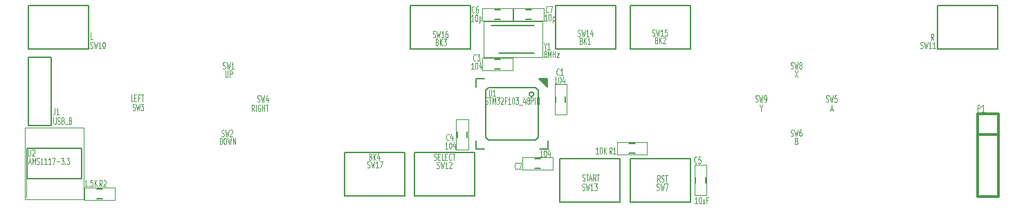
<source format=gto>
G04 (created by PCBNEW (22-Jun-2014 BZR 4027)-stable) date Thu 28 Jun 2018 06:28:58 PM CST*
%MOIN*%
G04 Gerber Fmt 3.4, Leading zero omitted, Abs format*
%FSLAX34Y34*%
G01*
G70*
G90*
G04 APERTURE LIST*
%ADD10C,0.00393701*%
%ADD11C,0.00472441*%
%ADD12C,0.0019685*%
%ADD13C,0.00590551*%
%ADD14C,0.012*%
%ADD15C,0.0059*%
%ADD16C,0.005*%
%ADD17C,0.00492126*%
G04 APERTURE END LIST*
G54D10*
G54D11*
X114542Y-101048D02*
X114046Y-101048D01*
X111857Y-101048D02*
X112353Y-101048D01*
G54D12*
X111782Y-100067D02*
X111782Y-103532D01*
X114617Y-100067D02*
X111782Y-100067D01*
X114617Y-103532D02*
X114617Y-100067D01*
X111782Y-103532D02*
X114617Y-103532D01*
G54D13*
X111881Y-102528D02*
X114518Y-102528D01*
G54D11*
X114542Y-102528D02*
X114542Y-101048D01*
G54D13*
X111881Y-102528D02*
X111881Y-101071D01*
G54D11*
X111857Y-103414D02*
X111857Y-101048D01*
G54D13*
X114518Y-102528D02*
X114518Y-101071D01*
X111881Y-101071D02*
X114518Y-101071D01*
G54D12*
X140321Y-100754D02*
X141778Y-100754D01*
X140321Y-101345D02*
X141778Y-101345D01*
X140321Y-100754D02*
X140321Y-101345D01*
X141778Y-100754D02*
X141778Y-101345D01*
G54D13*
X140912Y-100813D02*
X141187Y-100813D01*
X141187Y-101286D02*
X140912Y-101286D01*
G54D12*
X136727Y-96660D02*
X136727Y-94927D01*
X133892Y-96660D02*
X136727Y-96660D01*
X133892Y-94927D02*
X133892Y-96660D01*
X136727Y-94927D02*
X133892Y-94927D01*
G54D13*
X136333Y-96463D02*
X134640Y-96463D01*
X134266Y-95124D02*
X136333Y-95124D01*
G54D12*
X136788Y-94889D02*
X135331Y-94889D01*
X136788Y-94298D02*
X135331Y-94298D01*
X136788Y-94889D02*
X136788Y-94298D01*
X135331Y-94889D02*
X135331Y-94298D01*
G54D13*
X136197Y-94830D02*
X135922Y-94830D01*
X135922Y-94357D02*
X136197Y-94357D01*
G54D12*
X133831Y-94298D02*
X135288Y-94298D01*
X133831Y-94889D02*
X135288Y-94889D01*
X133831Y-94298D02*
X133831Y-94889D01*
X135288Y-94298D02*
X135288Y-94889D01*
G54D13*
X134422Y-94357D02*
X134697Y-94357D01*
X134697Y-94830D02*
X134422Y-94830D01*
G54D12*
X144645Y-101871D02*
X144645Y-103328D01*
X144054Y-101871D02*
X144054Y-103328D01*
X144645Y-101871D02*
X144054Y-101871D01*
X144645Y-103328D02*
X144054Y-103328D01*
G54D13*
X144586Y-102462D02*
X144586Y-102737D01*
X144113Y-102737D02*
X144113Y-102462D01*
G54D12*
X132564Y-101122D02*
X132564Y-99665D01*
X133155Y-101122D02*
X133155Y-99665D01*
X132564Y-101122D02*
X133155Y-101122D01*
X132564Y-99665D02*
X133155Y-99665D01*
G54D13*
X132623Y-100531D02*
X132623Y-100256D01*
X133096Y-100256D02*
X133096Y-100531D01*
G54D12*
X133833Y-96690D02*
X135290Y-96690D01*
X133833Y-97281D02*
X135290Y-97281D01*
X133833Y-96690D02*
X133833Y-97281D01*
X135290Y-96690D02*
X135290Y-97281D01*
G54D13*
X134424Y-96749D02*
X134699Y-96749D01*
X134699Y-97222D02*
X134424Y-97222D01*
G54D12*
X137228Y-102095D02*
X135771Y-102095D01*
X137228Y-101504D02*
X135771Y-101504D01*
X137228Y-102095D02*
X137228Y-101504D01*
X135771Y-102095D02*
X135771Y-101504D01*
G54D13*
X136637Y-102036D02*
X136362Y-102036D01*
X136362Y-101563D02*
X136637Y-101563D01*
G54D12*
X137905Y-97967D02*
X137905Y-99424D01*
X137314Y-97967D02*
X137314Y-99424D01*
X137905Y-97967D02*
X137314Y-97967D01*
X137905Y-99424D02*
X137314Y-99424D01*
G54D13*
X137846Y-98558D02*
X137846Y-98833D01*
X137373Y-98833D02*
X137373Y-98558D01*
X140950Y-101550D02*
X143850Y-101550D01*
X143850Y-101550D02*
X143850Y-103650D01*
X143850Y-103650D02*
X140950Y-103650D01*
X140950Y-103650D02*
X140950Y-101550D01*
X111950Y-94150D02*
X114850Y-94150D01*
X114850Y-94150D02*
X114850Y-96250D01*
X114850Y-96250D02*
X111950Y-96250D01*
X111950Y-96250D02*
X111950Y-94150D01*
X155750Y-94150D02*
X158650Y-94150D01*
X158650Y-94150D02*
X158650Y-96250D01*
X158650Y-96250D02*
X155750Y-96250D01*
X155750Y-96250D02*
X155750Y-94150D01*
X130550Y-101250D02*
X133450Y-101250D01*
X133450Y-101250D02*
X133450Y-103350D01*
X133450Y-103350D02*
X130550Y-103350D01*
X130550Y-103350D02*
X130550Y-101250D01*
X137550Y-101550D02*
X140450Y-101550D01*
X140450Y-101550D02*
X140450Y-103650D01*
X140450Y-103650D02*
X137550Y-103650D01*
X137550Y-103650D02*
X137550Y-101550D01*
X140250Y-96250D02*
X137350Y-96250D01*
X137350Y-96250D02*
X137350Y-94150D01*
X137350Y-94150D02*
X140250Y-94150D01*
X140250Y-94150D02*
X140250Y-96250D01*
X143850Y-96250D02*
X140950Y-96250D01*
X140950Y-96250D02*
X140950Y-94150D01*
X140950Y-94150D02*
X143850Y-94150D01*
X143850Y-94150D02*
X143850Y-96250D01*
X133250Y-96250D02*
X130350Y-96250D01*
X130350Y-96250D02*
X130350Y-94150D01*
X130350Y-94150D02*
X133250Y-94150D01*
X133250Y-94150D02*
X133250Y-96250D01*
X127200Y-101250D02*
X130100Y-101250D01*
X130100Y-101250D02*
X130100Y-103350D01*
X130100Y-103350D02*
X127200Y-103350D01*
X127200Y-103350D02*
X127200Y-101250D01*
X111950Y-99950D02*
X111950Y-96650D01*
X111950Y-96650D02*
X113050Y-96650D01*
X113050Y-96650D02*
X113050Y-99950D01*
X113050Y-99950D02*
X111950Y-99950D01*
G54D14*
X158700Y-99400D02*
X158700Y-99400D01*
X157700Y-99400D02*
X158700Y-99400D01*
X158700Y-99400D02*
X158700Y-99400D01*
X158700Y-99400D02*
X158700Y-103400D01*
X158700Y-103400D02*
X157700Y-103400D01*
X157700Y-103400D02*
X157700Y-99400D01*
X157700Y-100400D02*
X158700Y-100400D01*
G54D13*
X136362Y-98134D02*
X136401Y-98134D01*
X136401Y-98134D02*
X136519Y-98252D01*
X136519Y-98252D02*
X136519Y-100535D01*
X136519Y-100535D02*
X136401Y-100653D01*
X136401Y-100653D02*
X134118Y-100653D01*
X134118Y-100653D02*
X134000Y-100535D01*
X134000Y-100535D02*
X134000Y-98252D01*
X134000Y-98252D02*
X134118Y-98134D01*
X134118Y-98134D02*
X136362Y-98134D01*
G54D15*
X136952Y-97780D02*
X136873Y-97701D01*
X136795Y-97701D02*
X136952Y-97858D01*
X136952Y-97937D02*
X136716Y-97701D01*
X136637Y-97701D02*
X136952Y-98016D01*
X136558Y-97701D02*
X136952Y-97701D01*
X136952Y-97701D02*
X136952Y-98095D01*
X136952Y-98095D02*
X136558Y-97701D01*
X133527Y-98095D02*
X133527Y-97701D01*
X133527Y-97701D02*
X133921Y-97701D01*
X133921Y-101086D02*
X133527Y-101086D01*
X133527Y-101086D02*
X133527Y-100692D01*
X136992Y-100692D02*
X136992Y-101086D01*
X136992Y-101086D02*
X136598Y-101086D01*
G54D16*
X136321Y-98444D02*
G75*
G03X136321Y-98444I-111J0D01*
G74*
G01*
G54D12*
X114671Y-102954D02*
X116128Y-102954D01*
X114671Y-103545D02*
X116128Y-103545D01*
X114671Y-102954D02*
X114671Y-103545D01*
X116128Y-102954D02*
X116128Y-103545D01*
G54D13*
X115262Y-103013D02*
X115537Y-103013D01*
X115537Y-103486D02*
X115262Y-103486D01*
G54D17*
X111950Y-101112D02*
X111950Y-101367D01*
X111959Y-101397D01*
X111968Y-101412D01*
X111987Y-101427D01*
X112025Y-101427D01*
X112043Y-101412D01*
X112053Y-101397D01*
X112062Y-101367D01*
X112062Y-101112D01*
X112146Y-101142D02*
X112156Y-101127D01*
X112174Y-101112D01*
X112221Y-101112D01*
X112240Y-101127D01*
X112249Y-101142D01*
X112259Y-101172D01*
X112259Y-101202D01*
X112249Y-101247D01*
X112137Y-101427D01*
X112259Y-101427D01*
X111975Y-101737D02*
X112069Y-101737D01*
X111957Y-101827D02*
X112022Y-101512D01*
X112088Y-101827D01*
X112153Y-101827D02*
X112153Y-101512D01*
X112219Y-101737D01*
X112285Y-101512D01*
X112285Y-101827D01*
X112369Y-101812D02*
X112397Y-101827D01*
X112444Y-101827D01*
X112463Y-101812D01*
X112472Y-101797D01*
X112481Y-101767D01*
X112481Y-101737D01*
X112472Y-101707D01*
X112463Y-101692D01*
X112444Y-101677D01*
X112406Y-101662D01*
X112388Y-101647D01*
X112378Y-101632D01*
X112369Y-101602D01*
X112369Y-101572D01*
X112378Y-101542D01*
X112388Y-101527D01*
X112406Y-101512D01*
X112453Y-101512D01*
X112481Y-101527D01*
X112669Y-101827D02*
X112556Y-101827D01*
X112613Y-101827D02*
X112613Y-101512D01*
X112594Y-101557D01*
X112575Y-101587D01*
X112556Y-101602D01*
X112856Y-101827D02*
X112744Y-101827D01*
X112800Y-101827D02*
X112800Y-101512D01*
X112781Y-101557D01*
X112763Y-101587D01*
X112744Y-101602D01*
X113044Y-101827D02*
X112931Y-101827D01*
X112988Y-101827D02*
X112988Y-101512D01*
X112969Y-101557D01*
X112950Y-101587D01*
X112931Y-101602D01*
X113109Y-101512D02*
X113241Y-101512D01*
X113156Y-101827D01*
X113316Y-101707D02*
X113466Y-101707D01*
X113541Y-101512D02*
X113663Y-101512D01*
X113597Y-101632D01*
X113625Y-101632D01*
X113644Y-101647D01*
X113653Y-101662D01*
X113663Y-101692D01*
X113663Y-101767D01*
X113653Y-101797D01*
X113644Y-101812D01*
X113625Y-101827D01*
X113569Y-101827D01*
X113550Y-101812D01*
X113541Y-101797D01*
X113747Y-101797D02*
X113756Y-101812D01*
X113747Y-101827D01*
X113738Y-101812D01*
X113747Y-101797D01*
X113747Y-101827D01*
X113822Y-101512D02*
X113944Y-101512D01*
X113878Y-101632D01*
X113906Y-101632D01*
X113925Y-101647D01*
X113934Y-101662D01*
X113944Y-101692D01*
X113944Y-101767D01*
X113934Y-101797D01*
X113925Y-101812D01*
X113906Y-101827D01*
X113850Y-101827D01*
X113831Y-101812D01*
X113822Y-101797D01*
X140067Y-101327D02*
X140001Y-101177D01*
X139954Y-101327D02*
X139954Y-101012D01*
X140029Y-101012D01*
X140048Y-101027D01*
X140057Y-101042D01*
X140067Y-101072D01*
X140067Y-101117D01*
X140057Y-101147D01*
X140048Y-101162D01*
X140029Y-101177D01*
X139954Y-101177D01*
X140254Y-101327D02*
X140142Y-101327D01*
X140198Y-101327D02*
X140198Y-101012D01*
X140179Y-101057D01*
X140160Y-101087D01*
X140142Y-101102D01*
X139414Y-101327D02*
X139301Y-101327D01*
X139357Y-101327D02*
X139357Y-101012D01*
X139339Y-101057D01*
X139320Y-101087D01*
X139301Y-101102D01*
X139535Y-101012D02*
X139554Y-101012D01*
X139573Y-101027D01*
X139582Y-101042D01*
X139592Y-101072D01*
X139601Y-101132D01*
X139601Y-101207D01*
X139592Y-101267D01*
X139582Y-101297D01*
X139573Y-101312D01*
X139554Y-101327D01*
X139535Y-101327D01*
X139517Y-101312D01*
X139507Y-101297D01*
X139498Y-101267D01*
X139489Y-101207D01*
X139489Y-101132D01*
X139498Y-101072D01*
X139507Y-101042D01*
X139517Y-101027D01*
X139535Y-101012D01*
X139685Y-101327D02*
X139685Y-101012D01*
X139798Y-101327D02*
X139714Y-101147D01*
X139798Y-101012D02*
X139685Y-101192D01*
X121337Y-97206D02*
X121365Y-97221D01*
X121412Y-97221D01*
X121431Y-97206D01*
X121440Y-97191D01*
X121450Y-97161D01*
X121450Y-97131D01*
X121440Y-97101D01*
X121431Y-97086D01*
X121412Y-97071D01*
X121375Y-97056D01*
X121356Y-97041D01*
X121346Y-97026D01*
X121337Y-96996D01*
X121337Y-96966D01*
X121346Y-96936D01*
X121356Y-96921D01*
X121375Y-96906D01*
X121421Y-96906D01*
X121450Y-96921D01*
X121515Y-96906D02*
X121562Y-97221D01*
X121600Y-96996D01*
X121637Y-97221D01*
X121684Y-96906D01*
X121862Y-97221D02*
X121749Y-97221D01*
X121806Y-97221D02*
X121806Y-96906D01*
X121787Y-96951D01*
X121768Y-96981D01*
X121749Y-96996D01*
X121465Y-97306D02*
X121465Y-97561D01*
X121474Y-97591D01*
X121484Y-97606D01*
X121502Y-97621D01*
X121540Y-97621D01*
X121559Y-97606D01*
X121568Y-97591D01*
X121577Y-97561D01*
X121577Y-97306D01*
X121671Y-97621D02*
X121671Y-97306D01*
X121746Y-97306D01*
X121765Y-97321D01*
X121774Y-97336D01*
X121784Y-97366D01*
X121784Y-97411D01*
X121774Y-97441D01*
X121765Y-97456D01*
X121746Y-97471D01*
X121671Y-97471D01*
X148697Y-97206D02*
X148725Y-97221D01*
X148772Y-97221D01*
X148791Y-97206D01*
X148800Y-97191D01*
X148810Y-97161D01*
X148810Y-97131D01*
X148800Y-97101D01*
X148791Y-97086D01*
X148772Y-97071D01*
X148735Y-97056D01*
X148716Y-97041D01*
X148706Y-97026D01*
X148697Y-96996D01*
X148697Y-96966D01*
X148706Y-96936D01*
X148716Y-96921D01*
X148735Y-96906D01*
X148781Y-96906D01*
X148810Y-96921D01*
X148875Y-96906D02*
X148922Y-97221D01*
X148960Y-96996D01*
X148997Y-97221D01*
X149044Y-96906D01*
X149147Y-97041D02*
X149128Y-97026D01*
X149119Y-97011D01*
X149109Y-96981D01*
X149109Y-96966D01*
X149119Y-96936D01*
X149128Y-96921D01*
X149147Y-96906D01*
X149184Y-96906D01*
X149203Y-96921D01*
X149213Y-96936D01*
X149222Y-96966D01*
X149222Y-96981D01*
X149213Y-97011D01*
X149203Y-97026D01*
X149184Y-97041D01*
X149147Y-97041D01*
X149128Y-97056D01*
X149119Y-97071D01*
X149109Y-97101D01*
X149109Y-97161D01*
X149119Y-97191D01*
X149128Y-97206D01*
X149147Y-97221D01*
X149184Y-97221D01*
X149203Y-97206D01*
X149213Y-97191D01*
X149222Y-97161D01*
X149222Y-97101D01*
X149213Y-97071D01*
X149203Y-97056D01*
X149184Y-97041D01*
X148894Y-97306D02*
X149025Y-97621D01*
X149025Y-97306D02*
X148894Y-97621D01*
X148697Y-100456D02*
X148725Y-100471D01*
X148772Y-100471D01*
X148791Y-100456D01*
X148800Y-100441D01*
X148810Y-100411D01*
X148810Y-100381D01*
X148800Y-100351D01*
X148791Y-100336D01*
X148772Y-100321D01*
X148735Y-100306D01*
X148716Y-100291D01*
X148706Y-100276D01*
X148697Y-100246D01*
X148697Y-100216D01*
X148706Y-100186D01*
X148716Y-100171D01*
X148735Y-100156D01*
X148781Y-100156D01*
X148810Y-100171D01*
X148875Y-100156D02*
X148922Y-100471D01*
X148960Y-100246D01*
X148997Y-100471D01*
X149044Y-100156D01*
X149203Y-100156D02*
X149166Y-100156D01*
X149147Y-100171D01*
X149138Y-100186D01*
X149119Y-100231D01*
X149109Y-100291D01*
X149109Y-100411D01*
X149119Y-100441D01*
X149128Y-100456D01*
X149147Y-100471D01*
X149184Y-100471D01*
X149203Y-100456D01*
X149213Y-100441D01*
X149222Y-100411D01*
X149222Y-100336D01*
X149213Y-100306D01*
X149203Y-100291D01*
X149184Y-100276D01*
X149147Y-100276D01*
X149128Y-100291D01*
X149119Y-100306D01*
X149109Y-100336D01*
X148974Y-100706D02*
X149002Y-100721D01*
X149011Y-100736D01*
X149020Y-100766D01*
X149020Y-100811D01*
X149011Y-100841D01*
X149002Y-100856D01*
X148983Y-100871D01*
X148908Y-100871D01*
X148908Y-100556D01*
X148974Y-100556D01*
X148992Y-100571D01*
X149002Y-100586D01*
X149011Y-100616D01*
X149011Y-100646D01*
X149002Y-100676D01*
X148992Y-100691D01*
X148974Y-100706D01*
X148908Y-100706D01*
X121277Y-100466D02*
X121305Y-100481D01*
X121352Y-100481D01*
X121371Y-100466D01*
X121380Y-100451D01*
X121390Y-100421D01*
X121390Y-100391D01*
X121380Y-100361D01*
X121371Y-100346D01*
X121352Y-100331D01*
X121315Y-100316D01*
X121296Y-100301D01*
X121286Y-100286D01*
X121277Y-100256D01*
X121277Y-100226D01*
X121286Y-100196D01*
X121296Y-100181D01*
X121315Y-100166D01*
X121361Y-100166D01*
X121390Y-100181D01*
X121455Y-100166D02*
X121502Y-100481D01*
X121540Y-100256D01*
X121577Y-100481D01*
X121624Y-100166D01*
X121689Y-100196D02*
X121699Y-100181D01*
X121718Y-100166D01*
X121764Y-100166D01*
X121783Y-100181D01*
X121793Y-100196D01*
X121802Y-100226D01*
X121802Y-100256D01*
X121793Y-100301D01*
X121680Y-100481D01*
X121802Y-100481D01*
X121189Y-100861D02*
X121189Y-100546D01*
X121236Y-100546D01*
X121264Y-100561D01*
X121283Y-100591D01*
X121292Y-100621D01*
X121302Y-100681D01*
X121302Y-100726D01*
X121292Y-100786D01*
X121283Y-100816D01*
X121264Y-100846D01*
X121236Y-100861D01*
X121189Y-100861D01*
X121424Y-100546D02*
X121461Y-100546D01*
X121480Y-100561D01*
X121499Y-100591D01*
X121508Y-100651D01*
X121508Y-100756D01*
X121499Y-100816D01*
X121480Y-100846D01*
X121461Y-100861D01*
X121424Y-100861D01*
X121405Y-100846D01*
X121386Y-100816D01*
X121377Y-100756D01*
X121377Y-100651D01*
X121386Y-100591D01*
X121405Y-100561D01*
X121424Y-100546D01*
X121574Y-100546D02*
X121620Y-100861D01*
X121658Y-100636D01*
X121695Y-100861D01*
X121742Y-100546D01*
X121817Y-100861D02*
X121817Y-100546D01*
X121930Y-100861D01*
X121930Y-100546D01*
X150397Y-98806D02*
X150425Y-98821D01*
X150472Y-98821D01*
X150491Y-98806D01*
X150500Y-98791D01*
X150510Y-98761D01*
X150510Y-98731D01*
X150500Y-98701D01*
X150491Y-98686D01*
X150472Y-98671D01*
X150435Y-98656D01*
X150416Y-98641D01*
X150406Y-98626D01*
X150397Y-98596D01*
X150397Y-98566D01*
X150406Y-98536D01*
X150416Y-98521D01*
X150435Y-98506D01*
X150481Y-98506D01*
X150510Y-98521D01*
X150575Y-98506D02*
X150622Y-98821D01*
X150660Y-98596D01*
X150697Y-98821D01*
X150744Y-98506D01*
X150913Y-98506D02*
X150819Y-98506D01*
X150809Y-98656D01*
X150819Y-98641D01*
X150838Y-98626D01*
X150884Y-98626D01*
X150903Y-98641D01*
X150913Y-98656D01*
X150922Y-98686D01*
X150922Y-98761D01*
X150913Y-98791D01*
X150903Y-98806D01*
X150884Y-98821D01*
X150838Y-98821D01*
X150819Y-98806D01*
X150809Y-98791D01*
X150613Y-99181D02*
X150706Y-99181D01*
X150594Y-99271D02*
X150660Y-98956D01*
X150725Y-99271D01*
X122997Y-98806D02*
X123025Y-98821D01*
X123072Y-98821D01*
X123091Y-98806D01*
X123100Y-98791D01*
X123110Y-98761D01*
X123110Y-98731D01*
X123100Y-98701D01*
X123091Y-98686D01*
X123072Y-98671D01*
X123035Y-98656D01*
X123016Y-98641D01*
X123006Y-98626D01*
X122997Y-98596D01*
X122997Y-98566D01*
X123006Y-98536D01*
X123016Y-98521D01*
X123035Y-98506D01*
X123081Y-98506D01*
X123110Y-98521D01*
X123175Y-98506D02*
X123222Y-98821D01*
X123260Y-98596D01*
X123297Y-98821D01*
X123344Y-98506D01*
X123503Y-98611D02*
X123503Y-98821D01*
X123456Y-98491D02*
X123409Y-98716D01*
X123531Y-98716D01*
X122847Y-99271D02*
X122781Y-99121D01*
X122735Y-99271D02*
X122735Y-98956D01*
X122810Y-98956D01*
X122828Y-98971D01*
X122838Y-98986D01*
X122847Y-99016D01*
X122847Y-99061D01*
X122838Y-99091D01*
X122828Y-99106D01*
X122810Y-99121D01*
X122735Y-99121D01*
X122931Y-99271D02*
X122931Y-98956D01*
X123128Y-98971D02*
X123110Y-98956D01*
X123081Y-98956D01*
X123053Y-98971D01*
X123035Y-99001D01*
X123025Y-99031D01*
X123016Y-99091D01*
X123016Y-99136D01*
X123025Y-99196D01*
X123035Y-99226D01*
X123053Y-99256D01*
X123081Y-99271D01*
X123100Y-99271D01*
X123128Y-99256D01*
X123138Y-99241D01*
X123138Y-99136D01*
X123100Y-99136D01*
X123222Y-99271D02*
X123222Y-98956D01*
X123222Y-99106D02*
X123334Y-99106D01*
X123334Y-99271D02*
X123334Y-98956D01*
X123400Y-98956D02*
X123513Y-98956D01*
X123456Y-99271D02*
X123456Y-98956D01*
X116987Y-99212D02*
X117015Y-99227D01*
X117062Y-99227D01*
X117081Y-99212D01*
X117090Y-99197D01*
X117100Y-99167D01*
X117100Y-99137D01*
X117090Y-99107D01*
X117081Y-99092D01*
X117062Y-99077D01*
X117025Y-99062D01*
X117006Y-99047D01*
X116996Y-99032D01*
X116987Y-99002D01*
X116987Y-98972D01*
X116996Y-98942D01*
X117006Y-98927D01*
X117025Y-98912D01*
X117071Y-98912D01*
X117100Y-98927D01*
X117165Y-98912D02*
X117212Y-99227D01*
X117250Y-99002D01*
X117287Y-99227D01*
X117334Y-98912D01*
X117390Y-98912D02*
X117512Y-98912D01*
X117446Y-99032D01*
X117474Y-99032D01*
X117493Y-99047D01*
X117503Y-99062D01*
X117512Y-99092D01*
X117512Y-99167D01*
X117503Y-99197D01*
X117493Y-99212D01*
X117474Y-99227D01*
X117418Y-99227D01*
X117399Y-99212D01*
X117390Y-99197D01*
X117012Y-98777D02*
X116918Y-98777D01*
X116918Y-98462D01*
X117078Y-98612D02*
X117143Y-98612D01*
X117171Y-98777D02*
X117078Y-98777D01*
X117078Y-98462D01*
X117171Y-98462D01*
X117321Y-98612D02*
X117256Y-98612D01*
X117256Y-98777D02*
X117256Y-98462D01*
X117349Y-98462D01*
X117396Y-98462D02*
X117509Y-98462D01*
X117453Y-98777D02*
X117453Y-98462D01*
X146997Y-98806D02*
X147025Y-98821D01*
X147072Y-98821D01*
X147091Y-98806D01*
X147100Y-98791D01*
X147110Y-98761D01*
X147110Y-98731D01*
X147100Y-98701D01*
X147091Y-98686D01*
X147072Y-98671D01*
X147035Y-98656D01*
X147016Y-98641D01*
X147006Y-98626D01*
X146997Y-98596D01*
X146997Y-98566D01*
X147006Y-98536D01*
X147016Y-98521D01*
X147035Y-98506D01*
X147081Y-98506D01*
X147110Y-98521D01*
X147175Y-98506D02*
X147222Y-98821D01*
X147260Y-98596D01*
X147297Y-98821D01*
X147344Y-98506D01*
X147428Y-98821D02*
X147466Y-98821D01*
X147484Y-98806D01*
X147494Y-98791D01*
X147513Y-98746D01*
X147522Y-98686D01*
X147522Y-98566D01*
X147513Y-98536D01*
X147503Y-98521D01*
X147484Y-98506D01*
X147447Y-98506D01*
X147428Y-98521D01*
X147419Y-98536D01*
X147409Y-98566D01*
X147409Y-98641D01*
X147419Y-98671D01*
X147428Y-98686D01*
X147447Y-98701D01*
X147484Y-98701D01*
X147503Y-98686D01*
X147513Y-98671D01*
X147522Y-98641D01*
X147260Y-99121D02*
X147260Y-99271D01*
X147194Y-98956D02*
X147260Y-99121D01*
X147325Y-98956D01*
X136856Y-96127D02*
X136856Y-96277D01*
X136790Y-95962D02*
X136856Y-96127D01*
X136921Y-95962D01*
X137090Y-96277D02*
X136978Y-96277D01*
X137034Y-96277D02*
X137034Y-95962D01*
X137015Y-96007D01*
X136996Y-96037D01*
X136978Y-96052D01*
X136845Y-96491D02*
X136827Y-96476D01*
X136817Y-96461D01*
X136808Y-96431D01*
X136808Y-96416D01*
X136817Y-96386D01*
X136827Y-96371D01*
X136845Y-96356D01*
X136883Y-96356D01*
X136902Y-96371D01*
X136911Y-96386D01*
X136920Y-96416D01*
X136920Y-96431D01*
X136911Y-96461D01*
X136902Y-96476D01*
X136883Y-96491D01*
X136845Y-96491D01*
X136827Y-96506D01*
X136817Y-96521D01*
X136808Y-96551D01*
X136808Y-96611D01*
X136817Y-96641D01*
X136827Y-96656D01*
X136845Y-96671D01*
X136883Y-96671D01*
X136902Y-96656D01*
X136911Y-96641D01*
X136920Y-96611D01*
X136920Y-96551D01*
X136911Y-96521D01*
X136902Y-96506D01*
X136883Y-96491D01*
X137005Y-96671D02*
X137005Y-96356D01*
X137070Y-96581D01*
X137136Y-96356D01*
X137136Y-96671D01*
X137230Y-96671D02*
X137230Y-96356D01*
X137230Y-96506D02*
X137342Y-96506D01*
X137342Y-96671D02*
X137342Y-96356D01*
X137417Y-96461D02*
X137520Y-96461D01*
X137417Y-96671D01*
X137520Y-96671D01*
X137007Y-94461D02*
X136997Y-94476D01*
X136969Y-94491D01*
X136950Y-94491D01*
X136922Y-94476D01*
X136904Y-94446D01*
X136894Y-94416D01*
X136885Y-94356D01*
X136885Y-94311D01*
X136894Y-94251D01*
X136904Y-94221D01*
X136922Y-94191D01*
X136950Y-94176D01*
X136969Y-94176D01*
X136997Y-94191D01*
X137007Y-94206D01*
X137072Y-94176D02*
X137204Y-94176D01*
X137119Y-94491D01*
X136953Y-94891D02*
X136840Y-94891D01*
X136897Y-94891D02*
X136897Y-94576D01*
X136878Y-94621D01*
X136859Y-94651D01*
X136840Y-94666D01*
X137075Y-94576D02*
X137094Y-94576D01*
X137112Y-94591D01*
X137122Y-94606D01*
X137131Y-94636D01*
X137140Y-94696D01*
X137140Y-94771D01*
X137131Y-94831D01*
X137122Y-94861D01*
X137112Y-94876D01*
X137094Y-94891D01*
X137075Y-94891D01*
X137056Y-94876D01*
X137047Y-94861D01*
X137037Y-94831D01*
X137028Y-94771D01*
X137028Y-94696D01*
X137037Y-94636D01*
X137047Y-94606D01*
X137056Y-94591D01*
X137075Y-94576D01*
X137225Y-94681D02*
X137225Y-94996D01*
X137225Y-94696D02*
X137244Y-94681D01*
X137281Y-94681D01*
X137300Y-94696D01*
X137309Y-94711D01*
X137319Y-94741D01*
X137319Y-94831D01*
X137309Y-94861D01*
X137300Y-94876D01*
X137281Y-94891D01*
X137244Y-94891D01*
X137225Y-94876D01*
X133447Y-94481D02*
X133437Y-94496D01*
X133409Y-94511D01*
X133390Y-94511D01*
X133362Y-94496D01*
X133344Y-94466D01*
X133334Y-94436D01*
X133325Y-94376D01*
X133325Y-94331D01*
X133334Y-94271D01*
X133344Y-94241D01*
X133362Y-94211D01*
X133390Y-94196D01*
X133409Y-94196D01*
X133437Y-94211D01*
X133447Y-94226D01*
X133615Y-94196D02*
X133578Y-94196D01*
X133559Y-94211D01*
X133550Y-94226D01*
X133531Y-94271D01*
X133522Y-94331D01*
X133522Y-94451D01*
X133531Y-94481D01*
X133540Y-94496D01*
X133559Y-94511D01*
X133597Y-94511D01*
X133615Y-94496D01*
X133625Y-94481D01*
X133634Y-94451D01*
X133634Y-94376D01*
X133625Y-94346D01*
X133615Y-94331D01*
X133597Y-94316D01*
X133559Y-94316D01*
X133540Y-94331D01*
X133531Y-94346D01*
X133522Y-94376D01*
X133413Y-94911D02*
X133300Y-94911D01*
X133357Y-94911D02*
X133357Y-94596D01*
X133338Y-94641D01*
X133319Y-94671D01*
X133300Y-94686D01*
X133535Y-94596D02*
X133554Y-94596D01*
X133572Y-94611D01*
X133582Y-94626D01*
X133591Y-94656D01*
X133600Y-94716D01*
X133600Y-94791D01*
X133591Y-94851D01*
X133582Y-94881D01*
X133572Y-94896D01*
X133554Y-94911D01*
X133535Y-94911D01*
X133516Y-94896D01*
X133507Y-94881D01*
X133497Y-94851D01*
X133488Y-94791D01*
X133488Y-94716D01*
X133497Y-94656D01*
X133507Y-94626D01*
X133516Y-94611D01*
X133535Y-94596D01*
X133685Y-94701D02*
X133685Y-95016D01*
X133685Y-94716D02*
X133704Y-94701D01*
X133741Y-94701D01*
X133760Y-94716D01*
X133769Y-94731D01*
X133779Y-94761D01*
X133779Y-94851D01*
X133769Y-94881D01*
X133760Y-94896D01*
X133741Y-94911D01*
X133704Y-94911D01*
X133685Y-94896D01*
X144167Y-101747D02*
X144157Y-101762D01*
X144129Y-101777D01*
X144110Y-101777D01*
X144082Y-101762D01*
X144064Y-101732D01*
X144054Y-101702D01*
X144045Y-101642D01*
X144045Y-101597D01*
X144054Y-101537D01*
X144064Y-101507D01*
X144082Y-101477D01*
X144110Y-101462D01*
X144129Y-101462D01*
X144157Y-101477D01*
X144167Y-101492D01*
X144345Y-101462D02*
X144251Y-101462D01*
X144242Y-101612D01*
X144251Y-101597D01*
X144270Y-101582D01*
X144317Y-101582D01*
X144335Y-101597D01*
X144345Y-101612D01*
X144354Y-101642D01*
X144354Y-101717D01*
X144345Y-101747D01*
X144335Y-101762D01*
X144317Y-101777D01*
X144270Y-101777D01*
X144251Y-101762D01*
X144242Y-101747D01*
X144189Y-103727D02*
X144076Y-103727D01*
X144132Y-103727D02*
X144132Y-103412D01*
X144114Y-103457D01*
X144095Y-103487D01*
X144076Y-103502D01*
X144310Y-103412D02*
X144329Y-103412D01*
X144348Y-103427D01*
X144357Y-103442D01*
X144367Y-103472D01*
X144376Y-103532D01*
X144376Y-103607D01*
X144367Y-103667D01*
X144357Y-103697D01*
X144348Y-103712D01*
X144329Y-103727D01*
X144310Y-103727D01*
X144292Y-103712D01*
X144282Y-103697D01*
X144273Y-103667D01*
X144264Y-103607D01*
X144264Y-103532D01*
X144273Y-103472D01*
X144282Y-103442D01*
X144292Y-103427D01*
X144310Y-103412D01*
X144545Y-103517D02*
X144545Y-103727D01*
X144460Y-103517D02*
X144460Y-103682D01*
X144470Y-103712D01*
X144489Y-103727D01*
X144517Y-103727D01*
X144535Y-103712D01*
X144545Y-103697D01*
X144704Y-103562D02*
X144639Y-103562D01*
X144639Y-103727D02*
X144639Y-103412D01*
X144732Y-103412D01*
X132217Y-100647D02*
X132207Y-100662D01*
X132179Y-100677D01*
X132160Y-100677D01*
X132132Y-100662D01*
X132114Y-100632D01*
X132104Y-100602D01*
X132095Y-100542D01*
X132095Y-100497D01*
X132104Y-100437D01*
X132114Y-100407D01*
X132132Y-100377D01*
X132160Y-100362D01*
X132179Y-100362D01*
X132207Y-100377D01*
X132217Y-100392D01*
X132385Y-100467D02*
X132385Y-100677D01*
X132339Y-100347D02*
X132292Y-100572D01*
X132414Y-100572D01*
X132168Y-101077D02*
X132056Y-101077D01*
X132112Y-101077D02*
X132112Y-100762D01*
X132093Y-100807D01*
X132075Y-100837D01*
X132056Y-100852D01*
X132290Y-100762D02*
X132309Y-100762D01*
X132328Y-100777D01*
X132337Y-100792D01*
X132346Y-100822D01*
X132356Y-100882D01*
X132356Y-100957D01*
X132346Y-101017D01*
X132337Y-101047D01*
X132328Y-101062D01*
X132309Y-101077D01*
X132290Y-101077D01*
X132271Y-101062D01*
X132262Y-101047D01*
X132253Y-101017D01*
X132243Y-100957D01*
X132243Y-100882D01*
X132253Y-100822D01*
X132262Y-100792D01*
X132271Y-100777D01*
X132290Y-100762D01*
X132524Y-100867D02*
X132524Y-101077D01*
X132478Y-100747D02*
X132431Y-100972D01*
X132553Y-100972D01*
X133517Y-96797D02*
X133507Y-96812D01*
X133479Y-96827D01*
X133460Y-96827D01*
X133432Y-96812D01*
X133414Y-96782D01*
X133404Y-96752D01*
X133395Y-96692D01*
X133395Y-96647D01*
X133404Y-96587D01*
X133414Y-96557D01*
X133432Y-96527D01*
X133460Y-96512D01*
X133479Y-96512D01*
X133507Y-96527D01*
X133517Y-96542D01*
X133582Y-96512D02*
X133704Y-96512D01*
X133639Y-96632D01*
X133667Y-96632D01*
X133685Y-96647D01*
X133695Y-96662D01*
X133704Y-96692D01*
X133704Y-96767D01*
X133695Y-96797D01*
X133685Y-96812D01*
X133667Y-96827D01*
X133610Y-96827D01*
X133592Y-96812D01*
X133582Y-96797D01*
X133418Y-97227D02*
X133306Y-97227D01*
X133362Y-97227D02*
X133362Y-96912D01*
X133343Y-96957D01*
X133325Y-96987D01*
X133306Y-97002D01*
X133540Y-96912D02*
X133559Y-96912D01*
X133578Y-96927D01*
X133587Y-96942D01*
X133596Y-96972D01*
X133606Y-97032D01*
X133606Y-97107D01*
X133596Y-97167D01*
X133587Y-97197D01*
X133578Y-97212D01*
X133559Y-97227D01*
X133540Y-97227D01*
X133521Y-97212D01*
X133512Y-97197D01*
X133503Y-97167D01*
X133493Y-97107D01*
X133493Y-97032D01*
X133503Y-96972D01*
X133512Y-96942D01*
X133521Y-96927D01*
X133540Y-96912D01*
X133774Y-97017D02*
X133774Y-97227D01*
X133728Y-96897D02*
X133681Y-97122D01*
X133803Y-97122D01*
X135525Y-102033D02*
X135515Y-102048D01*
X135487Y-102063D01*
X135468Y-102063D01*
X135440Y-102048D01*
X135422Y-102018D01*
X135412Y-101988D01*
X135403Y-101928D01*
X135403Y-101883D01*
X135412Y-101823D01*
X135422Y-101793D01*
X135440Y-101763D01*
X135468Y-101748D01*
X135487Y-101748D01*
X135515Y-101763D01*
X135525Y-101778D01*
X135600Y-101778D02*
X135609Y-101763D01*
X135628Y-101748D01*
X135675Y-101748D01*
X135693Y-101763D01*
X135703Y-101778D01*
X135712Y-101808D01*
X135712Y-101838D01*
X135703Y-101883D01*
X135590Y-102063D01*
X135712Y-102063D01*
X136726Y-101463D02*
X136614Y-101463D01*
X136670Y-101463D02*
X136670Y-101148D01*
X136651Y-101193D01*
X136633Y-101223D01*
X136614Y-101238D01*
X136848Y-101148D02*
X136867Y-101148D01*
X136886Y-101163D01*
X136895Y-101178D01*
X136904Y-101208D01*
X136914Y-101268D01*
X136914Y-101343D01*
X136904Y-101403D01*
X136895Y-101433D01*
X136886Y-101448D01*
X136867Y-101463D01*
X136848Y-101463D01*
X136829Y-101448D01*
X136820Y-101433D01*
X136811Y-101403D01*
X136801Y-101343D01*
X136801Y-101268D01*
X136811Y-101208D01*
X136820Y-101178D01*
X136829Y-101163D01*
X136848Y-101148D01*
X137082Y-101253D02*
X137082Y-101463D01*
X137036Y-101133D02*
X136989Y-101358D01*
X137111Y-101358D01*
X137527Y-97493D02*
X137517Y-97508D01*
X137489Y-97523D01*
X137470Y-97523D01*
X137442Y-97508D01*
X137424Y-97478D01*
X137414Y-97448D01*
X137405Y-97388D01*
X137405Y-97343D01*
X137414Y-97283D01*
X137424Y-97253D01*
X137442Y-97223D01*
X137470Y-97208D01*
X137489Y-97208D01*
X137517Y-97223D01*
X137527Y-97238D01*
X137714Y-97523D02*
X137602Y-97523D01*
X137658Y-97523D02*
X137658Y-97208D01*
X137639Y-97253D01*
X137620Y-97283D01*
X137602Y-97298D01*
X137428Y-97923D02*
X137316Y-97923D01*
X137372Y-97923D02*
X137372Y-97608D01*
X137353Y-97653D01*
X137335Y-97683D01*
X137316Y-97698D01*
X137550Y-97608D02*
X137569Y-97608D01*
X137588Y-97623D01*
X137597Y-97638D01*
X137606Y-97668D01*
X137616Y-97728D01*
X137616Y-97803D01*
X137606Y-97863D01*
X137597Y-97893D01*
X137588Y-97908D01*
X137569Y-97923D01*
X137550Y-97923D01*
X137531Y-97908D01*
X137522Y-97893D01*
X137513Y-97863D01*
X137503Y-97803D01*
X137503Y-97728D01*
X137513Y-97668D01*
X137522Y-97638D01*
X137531Y-97623D01*
X137550Y-97608D01*
X137784Y-97713D02*
X137784Y-97923D01*
X137738Y-97593D02*
X137691Y-97818D01*
X137813Y-97818D01*
X142237Y-103062D02*
X142265Y-103077D01*
X142312Y-103077D01*
X142331Y-103062D01*
X142340Y-103047D01*
X142350Y-103017D01*
X142350Y-102987D01*
X142340Y-102957D01*
X142331Y-102942D01*
X142312Y-102927D01*
X142275Y-102912D01*
X142256Y-102897D01*
X142246Y-102882D01*
X142237Y-102852D01*
X142237Y-102822D01*
X142246Y-102792D01*
X142256Y-102777D01*
X142275Y-102762D01*
X142321Y-102762D01*
X142350Y-102777D01*
X142415Y-102762D02*
X142462Y-103077D01*
X142500Y-102852D01*
X142537Y-103077D01*
X142584Y-102762D01*
X142640Y-102762D02*
X142771Y-102762D01*
X142687Y-103077D01*
X142392Y-102677D02*
X142326Y-102527D01*
X142279Y-102677D02*
X142279Y-102362D01*
X142354Y-102362D01*
X142373Y-102377D01*
X142382Y-102392D01*
X142392Y-102422D01*
X142392Y-102467D01*
X142382Y-102497D01*
X142373Y-102512D01*
X142354Y-102527D01*
X142279Y-102527D01*
X142467Y-102662D02*
X142495Y-102677D01*
X142542Y-102677D01*
X142560Y-102662D01*
X142570Y-102647D01*
X142579Y-102617D01*
X142579Y-102587D01*
X142570Y-102557D01*
X142560Y-102542D01*
X142542Y-102527D01*
X142504Y-102512D01*
X142485Y-102497D01*
X142476Y-102482D01*
X142467Y-102452D01*
X142467Y-102422D01*
X142476Y-102392D01*
X142485Y-102377D01*
X142504Y-102362D01*
X142551Y-102362D01*
X142579Y-102377D01*
X142635Y-102362D02*
X142748Y-102362D01*
X142692Y-102677D02*
X142692Y-102362D01*
X114943Y-96212D02*
X114971Y-96227D01*
X115018Y-96227D01*
X115037Y-96212D01*
X115046Y-96197D01*
X115056Y-96167D01*
X115056Y-96137D01*
X115046Y-96107D01*
X115037Y-96092D01*
X115018Y-96077D01*
X114981Y-96062D01*
X114962Y-96047D01*
X114953Y-96032D01*
X114943Y-96002D01*
X114943Y-95972D01*
X114953Y-95942D01*
X114962Y-95927D01*
X114981Y-95912D01*
X115028Y-95912D01*
X115056Y-95927D01*
X115121Y-95912D02*
X115168Y-96227D01*
X115206Y-96002D01*
X115243Y-96227D01*
X115290Y-95912D01*
X115468Y-96227D02*
X115356Y-96227D01*
X115412Y-96227D02*
X115412Y-95912D01*
X115393Y-95957D01*
X115374Y-95987D01*
X115356Y-96002D01*
X115590Y-95912D02*
X115609Y-95912D01*
X115628Y-95927D01*
X115637Y-95942D01*
X115646Y-95972D01*
X115656Y-96032D01*
X115656Y-96107D01*
X115646Y-96167D01*
X115637Y-96197D01*
X115628Y-96212D01*
X115609Y-96227D01*
X115590Y-96227D01*
X115571Y-96212D01*
X115562Y-96197D01*
X115553Y-96167D01*
X115543Y-96107D01*
X115543Y-96032D01*
X115553Y-95972D01*
X115562Y-95942D01*
X115571Y-95927D01*
X115590Y-95912D01*
X115060Y-95777D02*
X114967Y-95777D01*
X114967Y-95462D01*
X154943Y-96212D02*
X154971Y-96227D01*
X155018Y-96227D01*
X155037Y-96212D01*
X155046Y-96197D01*
X155056Y-96167D01*
X155056Y-96137D01*
X155046Y-96107D01*
X155037Y-96092D01*
X155018Y-96077D01*
X154981Y-96062D01*
X154962Y-96047D01*
X154953Y-96032D01*
X154943Y-96002D01*
X154943Y-95972D01*
X154953Y-95942D01*
X154962Y-95927D01*
X154981Y-95912D01*
X155028Y-95912D01*
X155056Y-95927D01*
X155121Y-95912D02*
X155168Y-96227D01*
X155206Y-96002D01*
X155243Y-96227D01*
X155290Y-95912D01*
X155468Y-96227D02*
X155356Y-96227D01*
X155412Y-96227D02*
X155412Y-95912D01*
X155393Y-95957D01*
X155374Y-95987D01*
X155356Y-96002D01*
X155656Y-96227D02*
X155543Y-96227D01*
X155599Y-96227D02*
X155599Y-95912D01*
X155581Y-95957D01*
X155562Y-95987D01*
X155543Y-96002D01*
X155560Y-95827D02*
X155495Y-95677D01*
X155448Y-95827D02*
X155448Y-95512D01*
X155523Y-95512D01*
X155542Y-95527D01*
X155551Y-95542D01*
X155560Y-95572D01*
X155560Y-95617D01*
X155551Y-95647D01*
X155542Y-95662D01*
X155523Y-95677D01*
X155448Y-95677D01*
X131643Y-102012D02*
X131671Y-102027D01*
X131718Y-102027D01*
X131737Y-102012D01*
X131746Y-101997D01*
X131756Y-101967D01*
X131756Y-101937D01*
X131746Y-101907D01*
X131737Y-101892D01*
X131718Y-101877D01*
X131681Y-101862D01*
X131662Y-101847D01*
X131653Y-101832D01*
X131643Y-101802D01*
X131643Y-101772D01*
X131653Y-101742D01*
X131662Y-101727D01*
X131681Y-101712D01*
X131728Y-101712D01*
X131756Y-101727D01*
X131821Y-101712D02*
X131868Y-102027D01*
X131906Y-101802D01*
X131943Y-102027D01*
X131990Y-101712D01*
X132168Y-102027D02*
X132056Y-102027D01*
X132112Y-102027D02*
X132112Y-101712D01*
X132093Y-101757D01*
X132074Y-101787D01*
X132056Y-101802D01*
X132243Y-101742D02*
X132253Y-101727D01*
X132271Y-101712D01*
X132318Y-101712D01*
X132337Y-101727D01*
X132346Y-101742D01*
X132356Y-101772D01*
X132356Y-101802D01*
X132346Y-101847D01*
X132234Y-102027D01*
X132356Y-102027D01*
X131512Y-101612D02*
X131540Y-101627D01*
X131587Y-101627D01*
X131606Y-101612D01*
X131615Y-101597D01*
X131625Y-101567D01*
X131625Y-101537D01*
X131615Y-101507D01*
X131606Y-101492D01*
X131587Y-101477D01*
X131550Y-101462D01*
X131531Y-101447D01*
X131521Y-101432D01*
X131512Y-101402D01*
X131512Y-101372D01*
X131521Y-101342D01*
X131531Y-101327D01*
X131550Y-101312D01*
X131596Y-101312D01*
X131625Y-101327D01*
X131709Y-101462D02*
X131775Y-101462D01*
X131803Y-101627D02*
X131709Y-101627D01*
X131709Y-101312D01*
X131803Y-101312D01*
X131981Y-101627D02*
X131887Y-101627D01*
X131887Y-101312D01*
X132046Y-101462D02*
X132112Y-101462D01*
X132140Y-101627D02*
X132046Y-101627D01*
X132046Y-101312D01*
X132140Y-101312D01*
X132337Y-101597D02*
X132328Y-101612D01*
X132299Y-101627D01*
X132281Y-101627D01*
X132253Y-101612D01*
X132234Y-101582D01*
X132224Y-101552D01*
X132215Y-101492D01*
X132215Y-101447D01*
X132224Y-101387D01*
X132234Y-101357D01*
X132253Y-101327D01*
X132281Y-101312D01*
X132299Y-101312D01*
X132328Y-101327D01*
X132337Y-101342D01*
X132393Y-101312D02*
X132506Y-101312D01*
X132449Y-101627D02*
X132449Y-101312D01*
X138643Y-103062D02*
X138671Y-103077D01*
X138718Y-103077D01*
X138737Y-103062D01*
X138746Y-103047D01*
X138756Y-103017D01*
X138756Y-102987D01*
X138746Y-102957D01*
X138737Y-102942D01*
X138718Y-102927D01*
X138681Y-102912D01*
X138662Y-102897D01*
X138653Y-102882D01*
X138643Y-102852D01*
X138643Y-102822D01*
X138653Y-102792D01*
X138662Y-102777D01*
X138681Y-102762D01*
X138728Y-102762D01*
X138756Y-102777D01*
X138821Y-102762D02*
X138868Y-103077D01*
X138906Y-102852D01*
X138943Y-103077D01*
X138990Y-102762D01*
X139168Y-103077D02*
X139056Y-103077D01*
X139112Y-103077D02*
X139112Y-102762D01*
X139093Y-102807D01*
X139074Y-102837D01*
X139056Y-102852D01*
X139234Y-102762D02*
X139356Y-102762D01*
X139290Y-102882D01*
X139318Y-102882D01*
X139337Y-102897D01*
X139346Y-102912D01*
X139356Y-102942D01*
X139356Y-103017D01*
X139346Y-103047D01*
X139337Y-103062D01*
X139318Y-103077D01*
X139262Y-103077D01*
X139243Y-103062D01*
X139234Y-103047D01*
X138660Y-102612D02*
X138689Y-102627D01*
X138735Y-102627D01*
X138754Y-102612D01*
X138764Y-102597D01*
X138773Y-102567D01*
X138773Y-102537D01*
X138764Y-102507D01*
X138754Y-102492D01*
X138735Y-102477D01*
X138698Y-102462D01*
X138679Y-102447D01*
X138670Y-102432D01*
X138660Y-102402D01*
X138660Y-102372D01*
X138670Y-102342D01*
X138679Y-102327D01*
X138698Y-102312D01*
X138745Y-102312D01*
X138773Y-102327D01*
X138829Y-102312D02*
X138942Y-102312D01*
X138885Y-102627D02*
X138885Y-102312D01*
X138998Y-102537D02*
X139092Y-102537D01*
X138979Y-102627D02*
X139045Y-102312D01*
X139110Y-102627D01*
X139289Y-102627D02*
X139223Y-102477D01*
X139176Y-102627D02*
X139176Y-102312D01*
X139251Y-102312D01*
X139270Y-102327D01*
X139279Y-102342D01*
X139289Y-102372D01*
X139289Y-102417D01*
X139279Y-102447D01*
X139270Y-102462D01*
X139251Y-102477D01*
X139176Y-102477D01*
X139345Y-102312D02*
X139457Y-102312D01*
X139401Y-102627D02*
X139401Y-102312D01*
X138443Y-95632D02*
X138471Y-95647D01*
X138518Y-95647D01*
X138537Y-95632D01*
X138546Y-95617D01*
X138556Y-95587D01*
X138556Y-95557D01*
X138546Y-95527D01*
X138537Y-95512D01*
X138518Y-95497D01*
X138481Y-95482D01*
X138462Y-95467D01*
X138453Y-95452D01*
X138443Y-95422D01*
X138443Y-95392D01*
X138453Y-95362D01*
X138462Y-95347D01*
X138481Y-95332D01*
X138528Y-95332D01*
X138556Y-95347D01*
X138621Y-95332D02*
X138668Y-95647D01*
X138706Y-95422D01*
X138743Y-95647D01*
X138790Y-95332D01*
X138968Y-95647D02*
X138856Y-95647D01*
X138912Y-95647D02*
X138912Y-95332D01*
X138893Y-95377D01*
X138874Y-95407D01*
X138856Y-95422D01*
X139137Y-95437D02*
X139137Y-95647D01*
X139090Y-95317D02*
X139043Y-95542D01*
X139165Y-95542D01*
X138601Y-95862D02*
X138630Y-95877D01*
X138639Y-95892D01*
X138648Y-95922D01*
X138648Y-95967D01*
X138639Y-95997D01*
X138630Y-96012D01*
X138611Y-96027D01*
X138536Y-96027D01*
X138536Y-95712D01*
X138601Y-95712D01*
X138620Y-95727D01*
X138630Y-95742D01*
X138639Y-95772D01*
X138639Y-95802D01*
X138630Y-95832D01*
X138620Y-95847D01*
X138601Y-95862D01*
X138536Y-95862D01*
X138733Y-96027D02*
X138733Y-95712D01*
X138845Y-96027D02*
X138761Y-95847D01*
X138845Y-95712D02*
X138733Y-95892D01*
X139033Y-96027D02*
X138920Y-96027D01*
X138976Y-96027D02*
X138976Y-95712D01*
X138958Y-95757D01*
X138939Y-95787D01*
X138920Y-95802D01*
X142023Y-95612D02*
X142051Y-95627D01*
X142098Y-95627D01*
X142117Y-95612D01*
X142126Y-95597D01*
X142136Y-95567D01*
X142136Y-95537D01*
X142126Y-95507D01*
X142117Y-95492D01*
X142098Y-95477D01*
X142061Y-95462D01*
X142042Y-95447D01*
X142033Y-95432D01*
X142023Y-95402D01*
X142023Y-95372D01*
X142033Y-95342D01*
X142042Y-95327D01*
X142061Y-95312D01*
X142108Y-95312D01*
X142136Y-95327D01*
X142201Y-95312D02*
X142248Y-95627D01*
X142286Y-95402D01*
X142323Y-95627D01*
X142370Y-95312D01*
X142548Y-95627D02*
X142436Y-95627D01*
X142492Y-95627D02*
X142492Y-95312D01*
X142473Y-95357D01*
X142454Y-95387D01*
X142436Y-95402D01*
X142726Y-95312D02*
X142633Y-95312D01*
X142623Y-95462D01*
X142633Y-95447D01*
X142651Y-95432D01*
X142698Y-95432D01*
X142717Y-95447D01*
X142726Y-95462D01*
X142736Y-95492D01*
X142736Y-95567D01*
X142726Y-95597D01*
X142717Y-95612D01*
X142698Y-95627D01*
X142651Y-95627D01*
X142633Y-95612D01*
X142623Y-95597D01*
X142221Y-95842D02*
X142250Y-95857D01*
X142259Y-95872D01*
X142268Y-95902D01*
X142268Y-95947D01*
X142259Y-95977D01*
X142250Y-95992D01*
X142231Y-96007D01*
X142156Y-96007D01*
X142156Y-95692D01*
X142221Y-95692D01*
X142240Y-95707D01*
X142250Y-95722D01*
X142259Y-95752D01*
X142259Y-95782D01*
X142250Y-95812D01*
X142240Y-95827D01*
X142221Y-95842D01*
X142156Y-95842D01*
X142353Y-96007D02*
X142353Y-95692D01*
X142465Y-96007D02*
X142381Y-95827D01*
X142465Y-95692D02*
X142353Y-95872D01*
X142540Y-95722D02*
X142549Y-95707D01*
X142568Y-95692D01*
X142615Y-95692D01*
X142634Y-95707D01*
X142643Y-95722D01*
X142653Y-95752D01*
X142653Y-95782D01*
X142643Y-95827D01*
X142531Y-96007D01*
X142653Y-96007D01*
X131453Y-95692D02*
X131481Y-95707D01*
X131528Y-95707D01*
X131547Y-95692D01*
X131556Y-95677D01*
X131566Y-95647D01*
X131566Y-95617D01*
X131556Y-95587D01*
X131547Y-95572D01*
X131528Y-95557D01*
X131491Y-95542D01*
X131472Y-95527D01*
X131463Y-95512D01*
X131453Y-95482D01*
X131453Y-95452D01*
X131463Y-95422D01*
X131472Y-95407D01*
X131491Y-95392D01*
X131538Y-95392D01*
X131566Y-95407D01*
X131631Y-95392D02*
X131678Y-95707D01*
X131716Y-95482D01*
X131753Y-95707D01*
X131800Y-95392D01*
X131978Y-95707D02*
X131866Y-95707D01*
X131922Y-95707D02*
X131922Y-95392D01*
X131903Y-95437D01*
X131884Y-95467D01*
X131866Y-95482D01*
X132147Y-95392D02*
X132109Y-95392D01*
X132091Y-95407D01*
X132081Y-95422D01*
X132063Y-95467D01*
X132053Y-95527D01*
X132053Y-95647D01*
X132063Y-95677D01*
X132072Y-95692D01*
X132091Y-95707D01*
X132128Y-95707D01*
X132147Y-95692D01*
X132156Y-95677D01*
X132166Y-95647D01*
X132166Y-95572D01*
X132156Y-95542D01*
X132147Y-95527D01*
X132128Y-95512D01*
X132091Y-95512D01*
X132072Y-95527D01*
X132063Y-95542D01*
X132053Y-95572D01*
X131651Y-95922D02*
X131680Y-95937D01*
X131689Y-95952D01*
X131698Y-95982D01*
X131698Y-96027D01*
X131689Y-96057D01*
X131680Y-96072D01*
X131661Y-96087D01*
X131586Y-96087D01*
X131586Y-95772D01*
X131651Y-95772D01*
X131670Y-95787D01*
X131680Y-95802D01*
X131689Y-95832D01*
X131689Y-95862D01*
X131680Y-95892D01*
X131670Y-95907D01*
X131651Y-95922D01*
X131586Y-95922D01*
X131783Y-96087D02*
X131783Y-95772D01*
X131895Y-96087D02*
X131811Y-95907D01*
X131895Y-95772D02*
X131783Y-95952D01*
X131961Y-95772D02*
X132083Y-95772D01*
X132017Y-95892D01*
X132045Y-95892D01*
X132064Y-95907D01*
X132073Y-95922D01*
X132083Y-95952D01*
X132083Y-96027D01*
X132073Y-96057D01*
X132064Y-96072D01*
X132045Y-96087D01*
X131989Y-96087D01*
X131970Y-96072D01*
X131961Y-96057D01*
X128293Y-101992D02*
X128321Y-102007D01*
X128368Y-102007D01*
X128387Y-101992D01*
X128396Y-101977D01*
X128406Y-101947D01*
X128406Y-101917D01*
X128396Y-101887D01*
X128387Y-101872D01*
X128368Y-101857D01*
X128331Y-101842D01*
X128312Y-101827D01*
X128303Y-101812D01*
X128293Y-101782D01*
X128293Y-101752D01*
X128303Y-101722D01*
X128312Y-101707D01*
X128331Y-101692D01*
X128378Y-101692D01*
X128406Y-101707D01*
X128471Y-101692D02*
X128518Y-102007D01*
X128556Y-101782D01*
X128593Y-102007D01*
X128640Y-101692D01*
X128818Y-102007D02*
X128706Y-102007D01*
X128762Y-102007D02*
X128762Y-101692D01*
X128743Y-101737D01*
X128724Y-101767D01*
X128706Y-101782D01*
X128884Y-101692D02*
X129015Y-101692D01*
X128931Y-102007D01*
X128451Y-101462D02*
X128480Y-101477D01*
X128489Y-101492D01*
X128498Y-101522D01*
X128498Y-101567D01*
X128489Y-101597D01*
X128480Y-101612D01*
X128461Y-101627D01*
X128386Y-101627D01*
X128386Y-101312D01*
X128451Y-101312D01*
X128470Y-101327D01*
X128480Y-101342D01*
X128489Y-101372D01*
X128489Y-101402D01*
X128480Y-101432D01*
X128470Y-101447D01*
X128451Y-101462D01*
X128386Y-101462D01*
X128583Y-101627D02*
X128583Y-101312D01*
X128695Y-101627D02*
X128611Y-101447D01*
X128695Y-101312D02*
X128583Y-101492D01*
X128864Y-101417D02*
X128864Y-101627D01*
X128817Y-101297D02*
X128770Y-101522D01*
X128892Y-101522D01*
X113234Y-99112D02*
X113234Y-99337D01*
X113225Y-99382D01*
X113206Y-99412D01*
X113178Y-99427D01*
X113159Y-99427D01*
X113431Y-99427D02*
X113318Y-99427D01*
X113374Y-99427D02*
X113374Y-99112D01*
X113356Y-99157D01*
X113337Y-99187D01*
X113318Y-99202D01*
X113178Y-99562D02*
X113178Y-99817D01*
X113187Y-99847D01*
X113196Y-99862D01*
X113215Y-99877D01*
X113253Y-99877D01*
X113271Y-99862D01*
X113281Y-99847D01*
X113290Y-99817D01*
X113290Y-99562D01*
X113375Y-99862D02*
X113403Y-99877D01*
X113450Y-99877D01*
X113468Y-99862D01*
X113478Y-99847D01*
X113487Y-99817D01*
X113487Y-99787D01*
X113478Y-99757D01*
X113468Y-99742D01*
X113450Y-99727D01*
X113412Y-99712D01*
X113393Y-99697D01*
X113384Y-99682D01*
X113375Y-99652D01*
X113375Y-99622D01*
X113384Y-99592D01*
X113393Y-99577D01*
X113412Y-99562D01*
X113459Y-99562D01*
X113487Y-99577D01*
X113637Y-99712D02*
X113665Y-99727D01*
X113674Y-99742D01*
X113684Y-99772D01*
X113684Y-99817D01*
X113674Y-99847D01*
X113665Y-99862D01*
X113646Y-99877D01*
X113571Y-99877D01*
X113571Y-99562D01*
X113637Y-99562D01*
X113656Y-99577D01*
X113665Y-99592D01*
X113674Y-99622D01*
X113674Y-99652D01*
X113665Y-99682D01*
X113656Y-99697D01*
X113637Y-99712D01*
X113571Y-99712D01*
X113721Y-99907D02*
X113871Y-99907D01*
X113984Y-99712D02*
X114012Y-99727D01*
X114021Y-99742D01*
X114031Y-99772D01*
X114031Y-99817D01*
X114021Y-99847D01*
X114012Y-99862D01*
X113993Y-99877D01*
X113918Y-99877D01*
X113918Y-99562D01*
X113984Y-99562D01*
X114003Y-99577D01*
X114012Y-99592D01*
X114021Y-99622D01*
X114021Y-99652D01*
X114012Y-99682D01*
X114003Y-99697D01*
X113984Y-99712D01*
X113918Y-99712D01*
X157704Y-99277D02*
X157704Y-98962D01*
X157779Y-98962D01*
X157798Y-98977D01*
X157807Y-98992D01*
X157817Y-99022D01*
X157817Y-99067D01*
X157807Y-99097D01*
X157798Y-99112D01*
X157779Y-99127D01*
X157704Y-99127D01*
X158004Y-99277D02*
X157892Y-99277D01*
X157948Y-99277D02*
X157948Y-98962D01*
X157929Y-99007D01*
X157910Y-99037D01*
X157892Y-99052D01*
X134150Y-98214D02*
X134150Y-98469D01*
X134159Y-98499D01*
X134168Y-98514D01*
X134187Y-98529D01*
X134225Y-98529D01*
X134243Y-98514D01*
X134253Y-98499D01*
X134262Y-98469D01*
X134262Y-98214D01*
X134459Y-98529D02*
X134346Y-98529D01*
X134403Y-98529D02*
X134403Y-98214D01*
X134384Y-98259D01*
X134365Y-98289D01*
X134346Y-98304D01*
X133974Y-98906D02*
X134002Y-98921D01*
X134049Y-98921D01*
X134068Y-98906D01*
X134077Y-98891D01*
X134086Y-98861D01*
X134086Y-98831D01*
X134077Y-98801D01*
X134068Y-98786D01*
X134049Y-98771D01*
X134011Y-98756D01*
X133993Y-98741D01*
X133983Y-98726D01*
X133974Y-98696D01*
X133974Y-98666D01*
X133983Y-98636D01*
X133993Y-98621D01*
X134011Y-98606D01*
X134058Y-98606D01*
X134086Y-98621D01*
X134143Y-98606D02*
X134255Y-98606D01*
X134199Y-98921D02*
X134199Y-98606D01*
X134321Y-98921D02*
X134321Y-98606D01*
X134386Y-98831D01*
X134452Y-98606D01*
X134452Y-98921D01*
X134527Y-98606D02*
X134649Y-98606D01*
X134583Y-98726D01*
X134611Y-98726D01*
X134630Y-98741D01*
X134639Y-98756D01*
X134649Y-98786D01*
X134649Y-98861D01*
X134639Y-98891D01*
X134630Y-98906D01*
X134611Y-98921D01*
X134555Y-98921D01*
X134536Y-98906D01*
X134527Y-98891D01*
X134724Y-98636D02*
X134733Y-98621D01*
X134752Y-98606D01*
X134799Y-98606D01*
X134817Y-98621D01*
X134827Y-98636D01*
X134836Y-98666D01*
X134836Y-98696D01*
X134827Y-98741D01*
X134714Y-98921D01*
X134836Y-98921D01*
X134986Y-98756D02*
X134921Y-98756D01*
X134921Y-98921D02*
X134921Y-98606D01*
X135014Y-98606D01*
X135192Y-98921D02*
X135080Y-98921D01*
X135136Y-98921D02*
X135136Y-98606D01*
X135117Y-98651D01*
X135099Y-98681D01*
X135080Y-98696D01*
X135314Y-98606D02*
X135333Y-98606D01*
X135352Y-98621D01*
X135361Y-98636D01*
X135371Y-98666D01*
X135380Y-98726D01*
X135380Y-98801D01*
X135371Y-98861D01*
X135361Y-98891D01*
X135352Y-98906D01*
X135333Y-98921D01*
X135314Y-98921D01*
X135296Y-98906D01*
X135286Y-98891D01*
X135277Y-98861D01*
X135267Y-98801D01*
X135267Y-98726D01*
X135277Y-98666D01*
X135286Y-98636D01*
X135296Y-98621D01*
X135314Y-98606D01*
X135446Y-98606D02*
X135567Y-98606D01*
X135502Y-98726D01*
X135530Y-98726D01*
X135549Y-98741D01*
X135558Y-98756D01*
X135567Y-98786D01*
X135567Y-98861D01*
X135558Y-98891D01*
X135549Y-98906D01*
X135530Y-98921D01*
X135474Y-98921D01*
X135455Y-98906D01*
X135446Y-98891D01*
X135605Y-98951D02*
X135755Y-98951D01*
X135886Y-98711D02*
X135886Y-98921D01*
X135839Y-98591D02*
X135792Y-98816D01*
X135914Y-98816D01*
X136017Y-98741D02*
X135999Y-98726D01*
X135989Y-98711D01*
X135980Y-98681D01*
X135980Y-98666D01*
X135989Y-98636D01*
X135999Y-98621D01*
X136017Y-98606D01*
X136055Y-98606D01*
X136074Y-98621D01*
X136083Y-98636D01*
X136092Y-98666D01*
X136092Y-98681D01*
X136083Y-98711D01*
X136074Y-98726D01*
X136055Y-98741D01*
X136017Y-98741D01*
X135999Y-98756D01*
X135989Y-98771D01*
X135980Y-98801D01*
X135980Y-98861D01*
X135989Y-98891D01*
X135999Y-98906D01*
X136017Y-98921D01*
X136055Y-98921D01*
X136074Y-98906D01*
X136083Y-98891D01*
X136092Y-98861D01*
X136092Y-98801D01*
X136083Y-98771D01*
X136074Y-98756D01*
X136055Y-98741D01*
X136177Y-98921D02*
X136177Y-98606D01*
X136252Y-98606D01*
X136270Y-98621D01*
X136280Y-98636D01*
X136289Y-98666D01*
X136289Y-98711D01*
X136280Y-98741D01*
X136270Y-98756D01*
X136252Y-98771D01*
X136177Y-98771D01*
X136374Y-98921D02*
X136374Y-98606D01*
X136467Y-98921D02*
X136467Y-98606D01*
X136580Y-98921D01*
X136580Y-98606D01*
X115507Y-102897D02*
X115441Y-102747D01*
X115394Y-102897D02*
X115394Y-102582D01*
X115469Y-102582D01*
X115488Y-102597D01*
X115497Y-102612D01*
X115507Y-102642D01*
X115507Y-102687D01*
X115497Y-102717D01*
X115488Y-102732D01*
X115469Y-102747D01*
X115394Y-102747D01*
X115582Y-102612D02*
X115591Y-102597D01*
X115610Y-102582D01*
X115657Y-102582D01*
X115675Y-102597D01*
X115685Y-102612D01*
X115694Y-102642D01*
X115694Y-102672D01*
X115685Y-102717D01*
X115572Y-102897D01*
X115694Y-102897D01*
X114797Y-102897D02*
X114684Y-102897D01*
X114740Y-102897D02*
X114740Y-102582D01*
X114722Y-102627D01*
X114703Y-102657D01*
X114684Y-102672D01*
X114881Y-102867D02*
X114890Y-102882D01*
X114881Y-102897D01*
X114872Y-102882D01*
X114881Y-102867D01*
X114881Y-102897D01*
X115069Y-102582D02*
X114975Y-102582D01*
X114965Y-102732D01*
X114975Y-102717D01*
X114994Y-102702D01*
X115040Y-102702D01*
X115059Y-102717D01*
X115069Y-102732D01*
X115078Y-102762D01*
X115078Y-102837D01*
X115069Y-102867D01*
X115059Y-102882D01*
X115040Y-102897D01*
X114994Y-102897D01*
X114975Y-102882D01*
X114965Y-102867D01*
X115162Y-102897D02*
X115162Y-102582D01*
X115275Y-102897D02*
X115190Y-102717D01*
X115275Y-102582D02*
X115162Y-102762D01*
M02*

</source>
